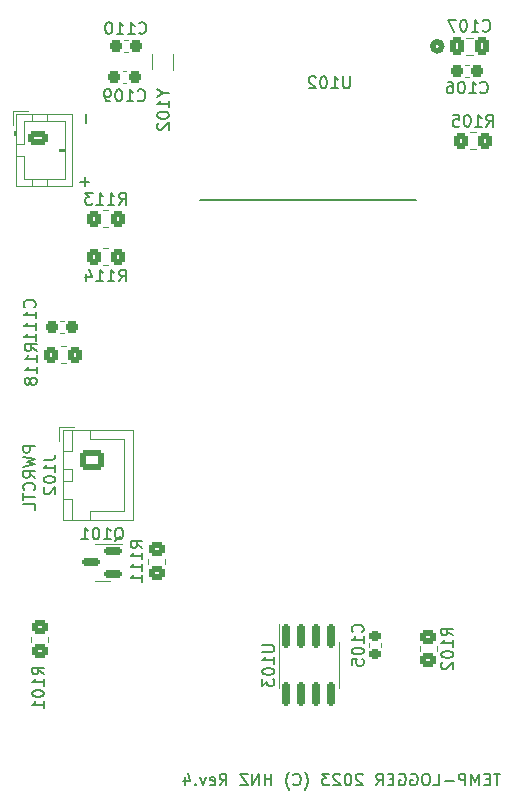
<source format=gbr>
%TF.GenerationSoftware,KiCad,Pcbnew,7.0.5*%
%TF.CreationDate,2023-08-24T21:12:11+09:00*%
%TF.ProjectId,templogger,74656d70-6c6f-4676-9765-722e6b696361,rev?*%
%TF.SameCoordinates,Original*%
%TF.FileFunction,Legend,Bot*%
%TF.FilePolarity,Positive*%
%FSLAX46Y46*%
G04 Gerber Fmt 4.6, Leading zero omitted, Abs format (unit mm)*
G04 Created by KiCad (PCBNEW 7.0.5) date 2023-08-24 21:12:11*
%MOMM*%
%LPD*%
G01*
G04 APERTURE LIST*
G04 Aperture macros list*
%AMRoundRect*
0 Rectangle with rounded corners*
0 $1 Rounding radius*
0 $2 $3 $4 $5 $6 $7 $8 $9 X,Y pos of 4 corners*
0 Add a 4 corners polygon primitive as box body*
4,1,4,$2,$3,$4,$5,$6,$7,$8,$9,$2,$3,0*
0 Add four circle primitives for the rounded corners*
1,1,$1+$1,$2,$3*
1,1,$1+$1,$4,$5*
1,1,$1+$1,$6,$7*
1,1,$1+$1,$8,$9*
0 Add four rect primitives between the rounded corners*
20,1,$1+$1,$2,$3,$4,$5,0*
20,1,$1+$1,$4,$5,$6,$7,0*
20,1,$1+$1,$6,$7,$8,$9,0*
20,1,$1+$1,$8,$9,$2,$3,0*%
G04 Aperture macros list end*
%ADD10C,0.150000*%
%ADD11C,0.120000*%
%ADD12C,0.152400*%
%ADD13C,0.508000*%
%ADD14C,2.100000*%
%ADD15R,1.700000X1.700000*%
%ADD16O,1.700000X1.700000*%
%ADD17C,1.200000*%
%ADD18O,2.600000X1.500000*%
%ADD19C,3.500000*%
%ADD20C,1.800000*%
%ADD21C,1.524000*%
%ADD22RoundRect,0.250000X0.450000X-0.350000X0.450000X0.350000X-0.450000X0.350000X-0.450000X-0.350000X0*%
%ADD23RoundRect,0.250000X0.350000X0.450000X-0.350000X0.450000X-0.350000X-0.450000X0.350000X-0.450000X0*%
%ADD24RoundRect,0.237500X0.300000X0.237500X-0.300000X0.237500X-0.300000X-0.237500X0.300000X-0.237500X0*%
%ADD25RoundRect,0.150000X-0.150000X0.825000X-0.150000X-0.825000X0.150000X-0.825000X0.150000X0.825000X0*%
%ADD26R,1.800000X1.000000*%
%ADD27RoundRect,0.250000X-0.350000X-0.450000X0.350000X-0.450000X0.350000X0.450000X-0.350000X0.450000X0*%
%ADD28RoundRect,0.250000X-0.625000X0.350000X-0.625000X-0.350000X0.625000X-0.350000X0.625000X0.350000X0*%
%ADD29O,1.750000X1.200000*%
%ADD30RoundRect,0.150000X0.587500X0.150000X-0.587500X0.150000X-0.587500X-0.150000X0.587500X-0.150000X0*%
%ADD31RoundRect,0.225000X-0.250000X0.225000X-0.250000X-0.225000X0.250000X-0.225000X0.250000X0.225000X0*%
%ADD32RoundRect,0.250000X-0.337500X-0.475000X0.337500X-0.475000X0.337500X0.475000X-0.337500X0.475000X0*%
%ADD33RoundRect,0.250000X-0.450000X0.350000X-0.450000X-0.350000X0.450000X-0.350000X0.450000X0.350000X0*%
%ADD34RoundRect,0.250000X-0.750000X0.600000X-0.750000X-0.600000X0.750000X-0.600000X0.750000X0.600000X0*%
%ADD35O,2.000000X1.700000*%
%ADD36RoundRect,0.237500X-0.300000X-0.237500X0.300000X-0.237500X0.300000X0.237500X-0.300000X0.237500X0*%
%ADD37R,1.498600X0.889000*%
%ADD38R,0.711200X0.711200*%
G04 APERTURE END LIST*
D10*
X93413220Y-68188866D02*
X92651316Y-68188866D01*
X93032268Y-68569819D02*
X93032268Y-67807914D01*
X93111133Y-63213220D02*
X93111133Y-62451316D01*
X128206077Y-118269819D02*
X127634649Y-118269819D01*
X127920363Y-119269819D02*
X127920363Y-118269819D01*
X127301315Y-118746009D02*
X126967982Y-118746009D01*
X126825125Y-119269819D02*
X127301315Y-119269819D01*
X127301315Y-119269819D02*
X127301315Y-118269819D01*
X127301315Y-118269819D02*
X126825125Y-118269819D01*
X126396553Y-119269819D02*
X126396553Y-118269819D01*
X126396553Y-118269819D02*
X126063220Y-118984104D01*
X126063220Y-118984104D02*
X125729887Y-118269819D01*
X125729887Y-118269819D02*
X125729887Y-119269819D01*
X125253696Y-119269819D02*
X125253696Y-118269819D01*
X125253696Y-118269819D02*
X124872744Y-118269819D01*
X124872744Y-118269819D02*
X124777506Y-118317438D01*
X124777506Y-118317438D02*
X124729887Y-118365057D01*
X124729887Y-118365057D02*
X124682268Y-118460295D01*
X124682268Y-118460295D02*
X124682268Y-118603152D01*
X124682268Y-118603152D02*
X124729887Y-118698390D01*
X124729887Y-118698390D02*
X124777506Y-118746009D01*
X124777506Y-118746009D02*
X124872744Y-118793628D01*
X124872744Y-118793628D02*
X125253696Y-118793628D01*
X124253696Y-118888866D02*
X123491792Y-118888866D01*
X122539411Y-119269819D02*
X123015601Y-119269819D01*
X123015601Y-119269819D02*
X123015601Y-118269819D01*
X122015601Y-118269819D02*
X121825125Y-118269819D01*
X121825125Y-118269819D02*
X121729887Y-118317438D01*
X121729887Y-118317438D02*
X121634649Y-118412676D01*
X121634649Y-118412676D02*
X121587030Y-118603152D01*
X121587030Y-118603152D02*
X121587030Y-118936485D01*
X121587030Y-118936485D02*
X121634649Y-119126961D01*
X121634649Y-119126961D02*
X121729887Y-119222200D01*
X121729887Y-119222200D02*
X121825125Y-119269819D01*
X121825125Y-119269819D02*
X122015601Y-119269819D01*
X122015601Y-119269819D02*
X122110839Y-119222200D01*
X122110839Y-119222200D02*
X122206077Y-119126961D01*
X122206077Y-119126961D02*
X122253696Y-118936485D01*
X122253696Y-118936485D02*
X122253696Y-118603152D01*
X122253696Y-118603152D02*
X122206077Y-118412676D01*
X122206077Y-118412676D02*
X122110839Y-118317438D01*
X122110839Y-118317438D02*
X122015601Y-118269819D01*
X120634649Y-118317438D02*
X120729887Y-118269819D01*
X120729887Y-118269819D02*
X120872744Y-118269819D01*
X120872744Y-118269819D02*
X121015601Y-118317438D01*
X121015601Y-118317438D02*
X121110839Y-118412676D01*
X121110839Y-118412676D02*
X121158458Y-118507914D01*
X121158458Y-118507914D02*
X121206077Y-118698390D01*
X121206077Y-118698390D02*
X121206077Y-118841247D01*
X121206077Y-118841247D02*
X121158458Y-119031723D01*
X121158458Y-119031723D02*
X121110839Y-119126961D01*
X121110839Y-119126961D02*
X121015601Y-119222200D01*
X121015601Y-119222200D02*
X120872744Y-119269819D01*
X120872744Y-119269819D02*
X120777506Y-119269819D01*
X120777506Y-119269819D02*
X120634649Y-119222200D01*
X120634649Y-119222200D02*
X120587030Y-119174580D01*
X120587030Y-119174580D02*
X120587030Y-118841247D01*
X120587030Y-118841247D02*
X120777506Y-118841247D01*
X119634649Y-118317438D02*
X119729887Y-118269819D01*
X119729887Y-118269819D02*
X119872744Y-118269819D01*
X119872744Y-118269819D02*
X120015601Y-118317438D01*
X120015601Y-118317438D02*
X120110839Y-118412676D01*
X120110839Y-118412676D02*
X120158458Y-118507914D01*
X120158458Y-118507914D02*
X120206077Y-118698390D01*
X120206077Y-118698390D02*
X120206077Y-118841247D01*
X120206077Y-118841247D02*
X120158458Y-119031723D01*
X120158458Y-119031723D02*
X120110839Y-119126961D01*
X120110839Y-119126961D02*
X120015601Y-119222200D01*
X120015601Y-119222200D02*
X119872744Y-119269819D01*
X119872744Y-119269819D02*
X119777506Y-119269819D01*
X119777506Y-119269819D02*
X119634649Y-119222200D01*
X119634649Y-119222200D02*
X119587030Y-119174580D01*
X119587030Y-119174580D02*
X119587030Y-118841247D01*
X119587030Y-118841247D02*
X119777506Y-118841247D01*
X119158458Y-118746009D02*
X118825125Y-118746009D01*
X118682268Y-119269819D02*
X119158458Y-119269819D01*
X119158458Y-119269819D02*
X119158458Y-118269819D01*
X119158458Y-118269819D02*
X118682268Y-118269819D01*
X117682268Y-119269819D02*
X118015601Y-118793628D01*
X118253696Y-119269819D02*
X118253696Y-118269819D01*
X118253696Y-118269819D02*
X117872744Y-118269819D01*
X117872744Y-118269819D02*
X117777506Y-118317438D01*
X117777506Y-118317438D02*
X117729887Y-118365057D01*
X117729887Y-118365057D02*
X117682268Y-118460295D01*
X117682268Y-118460295D02*
X117682268Y-118603152D01*
X117682268Y-118603152D02*
X117729887Y-118698390D01*
X117729887Y-118698390D02*
X117777506Y-118746009D01*
X117777506Y-118746009D02*
X117872744Y-118793628D01*
X117872744Y-118793628D02*
X118253696Y-118793628D01*
X116539410Y-118365057D02*
X116491791Y-118317438D01*
X116491791Y-118317438D02*
X116396553Y-118269819D01*
X116396553Y-118269819D02*
X116158458Y-118269819D01*
X116158458Y-118269819D02*
X116063220Y-118317438D01*
X116063220Y-118317438D02*
X116015601Y-118365057D01*
X116015601Y-118365057D02*
X115967982Y-118460295D01*
X115967982Y-118460295D02*
X115967982Y-118555533D01*
X115967982Y-118555533D02*
X116015601Y-118698390D01*
X116015601Y-118698390D02*
X116587029Y-119269819D01*
X116587029Y-119269819D02*
X115967982Y-119269819D01*
X115348934Y-118269819D02*
X115253696Y-118269819D01*
X115253696Y-118269819D02*
X115158458Y-118317438D01*
X115158458Y-118317438D02*
X115110839Y-118365057D01*
X115110839Y-118365057D02*
X115063220Y-118460295D01*
X115063220Y-118460295D02*
X115015601Y-118650771D01*
X115015601Y-118650771D02*
X115015601Y-118888866D01*
X115015601Y-118888866D02*
X115063220Y-119079342D01*
X115063220Y-119079342D02*
X115110839Y-119174580D01*
X115110839Y-119174580D02*
X115158458Y-119222200D01*
X115158458Y-119222200D02*
X115253696Y-119269819D01*
X115253696Y-119269819D02*
X115348934Y-119269819D01*
X115348934Y-119269819D02*
X115444172Y-119222200D01*
X115444172Y-119222200D02*
X115491791Y-119174580D01*
X115491791Y-119174580D02*
X115539410Y-119079342D01*
X115539410Y-119079342D02*
X115587029Y-118888866D01*
X115587029Y-118888866D02*
X115587029Y-118650771D01*
X115587029Y-118650771D02*
X115539410Y-118460295D01*
X115539410Y-118460295D02*
X115491791Y-118365057D01*
X115491791Y-118365057D02*
X115444172Y-118317438D01*
X115444172Y-118317438D02*
X115348934Y-118269819D01*
X114634648Y-118365057D02*
X114587029Y-118317438D01*
X114587029Y-118317438D02*
X114491791Y-118269819D01*
X114491791Y-118269819D02*
X114253696Y-118269819D01*
X114253696Y-118269819D02*
X114158458Y-118317438D01*
X114158458Y-118317438D02*
X114110839Y-118365057D01*
X114110839Y-118365057D02*
X114063220Y-118460295D01*
X114063220Y-118460295D02*
X114063220Y-118555533D01*
X114063220Y-118555533D02*
X114110839Y-118698390D01*
X114110839Y-118698390D02*
X114682267Y-119269819D01*
X114682267Y-119269819D02*
X114063220Y-119269819D01*
X113729886Y-118269819D02*
X113110839Y-118269819D01*
X113110839Y-118269819D02*
X113444172Y-118650771D01*
X113444172Y-118650771D02*
X113301315Y-118650771D01*
X113301315Y-118650771D02*
X113206077Y-118698390D01*
X113206077Y-118698390D02*
X113158458Y-118746009D01*
X113158458Y-118746009D02*
X113110839Y-118841247D01*
X113110839Y-118841247D02*
X113110839Y-119079342D01*
X113110839Y-119079342D02*
X113158458Y-119174580D01*
X113158458Y-119174580D02*
X113206077Y-119222200D01*
X113206077Y-119222200D02*
X113301315Y-119269819D01*
X113301315Y-119269819D02*
X113587029Y-119269819D01*
X113587029Y-119269819D02*
X113682267Y-119222200D01*
X113682267Y-119222200D02*
X113729886Y-119174580D01*
X111634648Y-119650771D02*
X111682267Y-119603152D01*
X111682267Y-119603152D02*
X111777505Y-119460295D01*
X111777505Y-119460295D02*
X111825124Y-119365057D01*
X111825124Y-119365057D02*
X111872743Y-119222200D01*
X111872743Y-119222200D02*
X111920362Y-118984104D01*
X111920362Y-118984104D02*
X111920362Y-118793628D01*
X111920362Y-118793628D02*
X111872743Y-118555533D01*
X111872743Y-118555533D02*
X111825124Y-118412676D01*
X111825124Y-118412676D02*
X111777505Y-118317438D01*
X111777505Y-118317438D02*
X111682267Y-118174580D01*
X111682267Y-118174580D02*
X111634648Y-118126961D01*
X110682267Y-119174580D02*
X110729886Y-119222200D01*
X110729886Y-119222200D02*
X110872743Y-119269819D01*
X110872743Y-119269819D02*
X110967981Y-119269819D01*
X110967981Y-119269819D02*
X111110838Y-119222200D01*
X111110838Y-119222200D02*
X111206076Y-119126961D01*
X111206076Y-119126961D02*
X111253695Y-119031723D01*
X111253695Y-119031723D02*
X111301314Y-118841247D01*
X111301314Y-118841247D02*
X111301314Y-118698390D01*
X111301314Y-118698390D02*
X111253695Y-118507914D01*
X111253695Y-118507914D02*
X111206076Y-118412676D01*
X111206076Y-118412676D02*
X111110838Y-118317438D01*
X111110838Y-118317438D02*
X110967981Y-118269819D01*
X110967981Y-118269819D02*
X110872743Y-118269819D01*
X110872743Y-118269819D02*
X110729886Y-118317438D01*
X110729886Y-118317438D02*
X110682267Y-118365057D01*
X110348933Y-119650771D02*
X110301314Y-119603152D01*
X110301314Y-119603152D02*
X110206076Y-119460295D01*
X110206076Y-119460295D02*
X110158457Y-119365057D01*
X110158457Y-119365057D02*
X110110838Y-119222200D01*
X110110838Y-119222200D02*
X110063219Y-118984104D01*
X110063219Y-118984104D02*
X110063219Y-118793628D01*
X110063219Y-118793628D02*
X110110838Y-118555533D01*
X110110838Y-118555533D02*
X110158457Y-118412676D01*
X110158457Y-118412676D02*
X110206076Y-118317438D01*
X110206076Y-118317438D02*
X110301314Y-118174580D01*
X110301314Y-118174580D02*
X110348933Y-118126961D01*
X108825123Y-119269819D02*
X108825123Y-118269819D01*
X108825123Y-118746009D02*
X108253695Y-118746009D01*
X108253695Y-119269819D02*
X108253695Y-118269819D01*
X107777504Y-119269819D02*
X107777504Y-118269819D01*
X107777504Y-118269819D02*
X107206076Y-119269819D01*
X107206076Y-119269819D02*
X107206076Y-118269819D01*
X106825123Y-118269819D02*
X106158457Y-118269819D01*
X106158457Y-118269819D02*
X106825123Y-119269819D01*
X106825123Y-119269819D02*
X106158457Y-119269819D01*
X104444171Y-119269819D02*
X104777504Y-118793628D01*
X105015599Y-119269819D02*
X105015599Y-118269819D01*
X105015599Y-118269819D02*
X104634647Y-118269819D01*
X104634647Y-118269819D02*
X104539409Y-118317438D01*
X104539409Y-118317438D02*
X104491790Y-118365057D01*
X104491790Y-118365057D02*
X104444171Y-118460295D01*
X104444171Y-118460295D02*
X104444171Y-118603152D01*
X104444171Y-118603152D02*
X104491790Y-118698390D01*
X104491790Y-118698390D02*
X104539409Y-118746009D01*
X104539409Y-118746009D02*
X104634647Y-118793628D01*
X104634647Y-118793628D02*
X105015599Y-118793628D01*
X103634647Y-119222200D02*
X103729885Y-119269819D01*
X103729885Y-119269819D02*
X103920361Y-119269819D01*
X103920361Y-119269819D02*
X104015599Y-119222200D01*
X104015599Y-119222200D02*
X104063218Y-119126961D01*
X104063218Y-119126961D02*
X104063218Y-118746009D01*
X104063218Y-118746009D02*
X104015599Y-118650771D01*
X104015599Y-118650771D02*
X103920361Y-118603152D01*
X103920361Y-118603152D02*
X103729885Y-118603152D01*
X103729885Y-118603152D02*
X103634647Y-118650771D01*
X103634647Y-118650771D02*
X103587028Y-118746009D01*
X103587028Y-118746009D02*
X103587028Y-118841247D01*
X103587028Y-118841247D02*
X104063218Y-118936485D01*
X103253694Y-118603152D02*
X103015599Y-119269819D01*
X103015599Y-119269819D02*
X102777504Y-118603152D01*
X102396551Y-119174580D02*
X102348932Y-119222200D01*
X102348932Y-119222200D02*
X102396551Y-119269819D01*
X102396551Y-119269819D02*
X102444170Y-119222200D01*
X102444170Y-119222200D02*
X102396551Y-119174580D01*
X102396551Y-119174580D02*
X102396551Y-119269819D01*
X101491790Y-118603152D02*
X101491790Y-119269819D01*
X101729885Y-118222200D02*
X101967980Y-118936485D01*
X101967980Y-118936485D02*
X101348933Y-118936485D01*
X88819819Y-90536779D02*
X87819819Y-90536779D01*
X87819819Y-90536779D02*
X87819819Y-90917731D01*
X87819819Y-90917731D02*
X87867438Y-91012969D01*
X87867438Y-91012969D02*
X87915057Y-91060588D01*
X87915057Y-91060588D02*
X88010295Y-91108207D01*
X88010295Y-91108207D02*
X88153152Y-91108207D01*
X88153152Y-91108207D02*
X88248390Y-91060588D01*
X88248390Y-91060588D02*
X88296009Y-91012969D01*
X88296009Y-91012969D02*
X88343628Y-90917731D01*
X88343628Y-90917731D02*
X88343628Y-90536779D01*
X87819819Y-91441541D02*
X88819819Y-91679636D01*
X88819819Y-91679636D02*
X88105533Y-91870112D01*
X88105533Y-91870112D02*
X88819819Y-92060588D01*
X88819819Y-92060588D02*
X87819819Y-92298684D01*
X88819819Y-93251064D02*
X88343628Y-92917731D01*
X88819819Y-92679636D02*
X87819819Y-92679636D01*
X87819819Y-92679636D02*
X87819819Y-93060588D01*
X87819819Y-93060588D02*
X87867438Y-93155826D01*
X87867438Y-93155826D02*
X87915057Y-93203445D01*
X87915057Y-93203445D02*
X88010295Y-93251064D01*
X88010295Y-93251064D02*
X88153152Y-93251064D01*
X88153152Y-93251064D02*
X88248390Y-93203445D01*
X88248390Y-93203445D02*
X88296009Y-93155826D01*
X88296009Y-93155826D02*
X88343628Y-93060588D01*
X88343628Y-93060588D02*
X88343628Y-92679636D01*
X88724580Y-94251064D02*
X88772200Y-94203445D01*
X88772200Y-94203445D02*
X88819819Y-94060588D01*
X88819819Y-94060588D02*
X88819819Y-93965350D01*
X88819819Y-93965350D02*
X88772200Y-93822493D01*
X88772200Y-93822493D02*
X88676961Y-93727255D01*
X88676961Y-93727255D02*
X88581723Y-93679636D01*
X88581723Y-93679636D02*
X88391247Y-93632017D01*
X88391247Y-93632017D02*
X88248390Y-93632017D01*
X88248390Y-93632017D02*
X88057914Y-93679636D01*
X88057914Y-93679636D02*
X87962676Y-93727255D01*
X87962676Y-93727255D02*
X87867438Y-93822493D01*
X87867438Y-93822493D02*
X87819819Y-93965350D01*
X87819819Y-93965350D02*
X87819819Y-94060588D01*
X87819819Y-94060588D02*
X87867438Y-94203445D01*
X87867438Y-94203445D02*
X87915057Y-94251064D01*
X87819819Y-94536779D02*
X87819819Y-95108207D01*
X88819819Y-94822493D02*
X87819819Y-94822493D01*
X88819819Y-95917731D02*
X88819819Y-95441541D01*
X88819819Y-95441541D02*
X87819819Y-95441541D01*
%TO.C,R102*%
X124204819Y-106580952D02*
X123728628Y-106247619D01*
X124204819Y-106009524D02*
X123204819Y-106009524D01*
X123204819Y-106009524D02*
X123204819Y-106390476D01*
X123204819Y-106390476D02*
X123252438Y-106485714D01*
X123252438Y-106485714D02*
X123300057Y-106533333D01*
X123300057Y-106533333D02*
X123395295Y-106580952D01*
X123395295Y-106580952D02*
X123538152Y-106580952D01*
X123538152Y-106580952D02*
X123633390Y-106533333D01*
X123633390Y-106533333D02*
X123681009Y-106485714D01*
X123681009Y-106485714D02*
X123728628Y-106390476D01*
X123728628Y-106390476D02*
X123728628Y-106009524D01*
X124204819Y-107533333D02*
X124204819Y-106961905D01*
X124204819Y-107247619D02*
X123204819Y-107247619D01*
X123204819Y-107247619D02*
X123347676Y-107152381D01*
X123347676Y-107152381D02*
X123442914Y-107057143D01*
X123442914Y-107057143D02*
X123490533Y-106961905D01*
X123204819Y-108152381D02*
X123204819Y-108247619D01*
X123204819Y-108247619D02*
X123252438Y-108342857D01*
X123252438Y-108342857D02*
X123300057Y-108390476D01*
X123300057Y-108390476D02*
X123395295Y-108438095D01*
X123395295Y-108438095D02*
X123585771Y-108485714D01*
X123585771Y-108485714D02*
X123823866Y-108485714D01*
X123823866Y-108485714D02*
X124014342Y-108438095D01*
X124014342Y-108438095D02*
X124109580Y-108390476D01*
X124109580Y-108390476D02*
X124157200Y-108342857D01*
X124157200Y-108342857D02*
X124204819Y-108247619D01*
X124204819Y-108247619D02*
X124204819Y-108152381D01*
X124204819Y-108152381D02*
X124157200Y-108057143D01*
X124157200Y-108057143D02*
X124109580Y-108009524D01*
X124109580Y-108009524D02*
X124014342Y-107961905D01*
X124014342Y-107961905D02*
X123823866Y-107914286D01*
X123823866Y-107914286D02*
X123585771Y-107914286D01*
X123585771Y-107914286D02*
X123395295Y-107961905D01*
X123395295Y-107961905D02*
X123300057Y-108009524D01*
X123300057Y-108009524D02*
X123252438Y-108057143D01*
X123252438Y-108057143D02*
X123204819Y-108152381D01*
X123300057Y-108866667D02*
X123252438Y-108914286D01*
X123252438Y-108914286D02*
X123204819Y-109009524D01*
X123204819Y-109009524D02*
X123204819Y-109247619D01*
X123204819Y-109247619D02*
X123252438Y-109342857D01*
X123252438Y-109342857D02*
X123300057Y-109390476D01*
X123300057Y-109390476D02*
X123395295Y-109438095D01*
X123395295Y-109438095D02*
X123490533Y-109438095D01*
X123490533Y-109438095D02*
X123633390Y-109390476D01*
X123633390Y-109390476D02*
X124204819Y-108819048D01*
X124204819Y-108819048D02*
X124204819Y-109438095D01*
%TO.C,R118*%
X88954819Y-82480952D02*
X88478628Y-82147619D01*
X88954819Y-81909524D02*
X87954819Y-81909524D01*
X87954819Y-81909524D02*
X87954819Y-82290476D01*
X87954819Y-82290476D02*
X88002438Y-82385714D01*
X88002438Y-82385714D02*
X88050057Y-82433333D01*
X88050057Y-82433333D02*
X88145295Y-82480952D01*
X88145295Y-82480952D02*
X88288152Y-82480952D01*
X88288152Y-82480952D02*
X88383390Y-82433333D01*
X88383390Y-82433333D02*
X88431009Y-82385714D01*
X88431009Y-82385714D02*
X88478628Y-82290476D01*
X88478628Y-82290476D02*
X88478628Y-81909524D01*
X88954819Y-83433333D02*
X88954819Y-82861905D01*
X88954819Y-83147619D02*
X87954819Y-83147619D01*
X87954819Y-83147619D02*
X88097676Y-83052381D01*
X88097676Y-83052381D02*
X88192914Y-82957143D01*
X88192914Y-82957143D02*
X88240533Y-82861905D01*
X88954819Y-84385714D02*
X88954819Y-83814286D01*
X88954819Y-84100000D02*
X87954819Y-84100000D01*
X87954819Y-84100000D02*
X88097676Y-84004762D01*
X88097676Y-84004762D02*
X88192914Y-83909524D01*
X88192914Y-83909524D02*
X88240533Y-83814286D01*
X88383390Y-84957143D02*
X88335771Y-84861905D01*
X88335771Y-84861905D02*
X88288152Y-84814286D01*
X88288152Y-84814286D02*
X88192914Y-84766667D01*
X88192914Y-84766667D02*
X88145295Y-84766667D01*
X88145295Y-84766667D02*
X88050057Y-84814286D01*
X88050057Y-84814286D02*
X88002438Y-84861905D01*
X88002438Y-84861905D02*
X87954819Y-84957143D01*
X87954819Y-84957143D02*
X87954819Y-85147619D01*
X87954819Y-85147619D02*
X88002438Y-85242857D01*
X88002438Y-85242857D02*
X88050057Y-85290476D01*
X88050057Y-85290476D02*
X88145295Y-85338095D01*
X88145295Y-85338095D02*
X88192914Y-85338095D01*
X88192914Y-85338095D02*
X88288152Y-85290476D01*
X88288152Y-85290476D02*
X88335771Y-85242857D01*
X88335771Y-85242857D02*
X88383390Y-85147619D01*
X88383390Y-85147619D02*
X88383390Y-84957143D01*
X88383390Y-84957143D02*
X88431009Y-84861905D01*
X88431009Y-84861905D02*
X88478628Y-84814286D01*
X88478628Y-84814286D02*
X88573866Y-84766667D01*
X88573866Y-84766667D02*
X88764342Y-84766667D01*
X88764342Y-84766667D02*
X88859580Y-84814286D01*
X88859580Y-84814286D02*
X88907200Y-84861905D01*
X88907200Y-84861905D02*
X88954819Y-84957143D01*
X88954819Y-84957143D02*
X88954819Y-85147619D01*
X88954819Y-85147619D02*
X88907200Y-85242857D01*
X88907200Y-85242857D02*
X88859580Y-85290476D01*
X88859580Y-85290476D02*
X88764342Y-85338095D01*
X88764342Y-85338095D02*
X88573866Y-85338095D01*
X88573866Y-85338095D02*
X88478628Y-85290476D01*
X88478628Y-85290476D02*
X88431009Y-85242857D01*
X88431009Y-85242857D02*
X88383390Y-85147619D01*
%TO.C,R105*%
X127019047Y-63504819D02*
X127352380Y-63028628D01*
X127590475Y-63504819D02*
X127590475Y-62504819D01*
X127590475Y-62504819D02*
X127209523Y-62504819D01*
X127209523Y-62504819D02*
X127114285Y-62552438D01*
X127114285Y-62552438D02*
X127066666Y-62600057D01*
X127066666Y-62600057D02*
X127019047Y-62695295D01*
X127019047Y-62695295D02*
X127019047Y-62838152D01*
X127019047Y-62838152D02*
X127066666Y-62933390D01*
X127066666Y-62933390D02*
X127114285Y-62981009D01*
X127114285Y-62981009D02*
X127209523Y-63028628D01*
X127209523Y-63028628D02*
X127590475Y-63028628D01*
X126066666Y-63504819D02*
X126638094Y-63504819D01*
X126352380Y-63504819D02*
X126352380Y-62504819D01*
X126352380Y-62504819D02*
X126447618Y-62647676D01*
X126447618Y-62647676D02*
X126542856Y-62742914D01*
X126542856Y-62742914D02*
X126638094Y-62790533D01*
X125447618Y-62504819D02*
X125352380Y-62504819D01*
X125352380Y-62504819D02*
X125257142Y-62552438D01*
X125257142Y-62552438D02*
X125209523Y-62600057D01*
X125209523Y-62600057D02*
X125161904Y-62695295D01*
X125161904Y-62695295D02*
X125114285Y-62885771D01*
X125114285Y-62885771D02*
X125114285Y-63123866D01*
X125114285Y-63123866D02*
X125161904Y-63314342D01*
X125161904Y-63314342D02*
X125209523Y-63409580D01*
X125209523Y-63409580D02*
X125257142Y-63457200D01*
X125257142Y-63457200D02*
X125352380Y-63504819D01*
X125352380Y-63504819D02*
X125447618Y-63504819D01*
X125447618Y-63504819D02*
X125542856Y-63457200D01*
X125542856Y-63457200D02*
X125590475Y-63409580D01*
X125590475Y-63409580D02*
X125638094Y-63314342D01*
X125638094Y-63314342D02*
X125685713Y-63123866D01*
X125685713Y-63123866D02*
X125685713Y-62885771D01*
X125685713Y-62885771D02*
X125638094Y-62695295D01*
X125638094Y-62695295D02*
X125590475Y-62600057D01*
X125590475Y-62600057D02*
X125542856Y-62552438D01*
X125542856Y-62552438D02*
X125447618Y-62504819D01*
X124209523Y-62504819D02*
X124685713Y-62504819D01*
X124685713Y-62504819D02*
X124733332Y-62981009D01*
X124733332Y-62981009D02*
X124685713Y-62933390D01*
X124685713Y-62933390D02*
X124590475Y-62885771D01*
X124590475Y-62885771D02*
X124352380Y-62885771D01*
X124352380Y-62885771D02*
X124257142Y-62933390D01*
X124257142Y-62933390D02*
X124209523Y-62981009D01*
X124209523Y-62981009D02*
X124161904Y-63076247D01*
X124161904Y-63076247D02*
X124161904Y-63314342D01*
X124161904Y-63314342D02*
X124209523Y-63409580D01*
X124209523Y-63409580D02*
X124257142Y-63457200D01*
X124257142Y-63457200D02*
X124352380Y-63504819D01*
X124352380Y-63504819D02*
X124590475Y-63504819D01*
X124590475Y-63504819D02*
X124685713Y-63457200D01*
X124685713Y-63457200D02*
X124733332Y-63409580D01*
%TO.C,C109*%
X97519047Y-61259580D02*
X97566666Y-61307200D01*
X97566666Y-61307200D02*
X97709523Y-61354819D01*
X97709523Y-61354819D02*
X97804761Y-61354819D01*
X97804761Y-61354819D02*
X97947618Y-61307200D01*
X97947618Y-61307200D02*
X98042856Y-61211961D01*
X98042856Y-61211961D02*
X98090475Y-61116723D01*
X98090475Y-61116723D02*
X98138094Y-60926247D01*
X98138094Y-60926247D02*
X98138094Y-60783390D01*
X98138094Y-60783390D02*
X98090475Y-60592914D01*
X98090475Y-60592914D02*
X98042856Y-60497676D01*
X98042856Y-60497676D02*
X97947618Y-60402438D01*
X97947618Y-60402438D02*
X97804761Y-60354819D01*
X97804761Y-60354819D02*
X97709523Y-60354819D01*
X97709523Y-60354819D02*
X97566666Y-60402438D01*
X97566666Y-60402438D02*
X97519047Y-60450057D01*
X96566666Y-61354819D02*
X97138094Y-61354819D01*
X96852380Y-61354819D02*
X96852380Y-60354819D01*
X96852380Y-60354819D02*
X96947618Y-60497676D01*
X96947618Y-60497676D02*
X97042856Y-60592914D01*
X97042856Y-60592914D02*
X97138094Y-60640533D01*
X95947618Y-60354819D02*
X95852380Y-60354819D01*
X95852380Y-60354819D02*
X95757142Y-60402438D01*
X95757142Y-60402438D02*
X95709523Y-60450057D01*
X95709523Y-60450057D02*
X95661904Y-60545295D01*
X95661904Y-60545295D02*
X95614285Y-60735771D01*
X95614285Y-60735771D02*
X95614285Y-60973866D01*
X95614285Y-60973866D02*
X95661904Y-61164342D01*
X95661904Y-61164342D02*
X95709523Y-61259580D01*
X95709523Y-61259580D02*
X95757142Y-61307200D01*
X95757142Y-61307200D02*
X95852380Y-61354819D01*
X95852380Y-61354819D02*
X95947618Y-61354819D01*
X95947618Y-61354819D02*
X96042856Y-61307200D01*
X96042856Y-61307200D02*
X96090475Y-61259580D01*
X96090475Y-61259580D02*
X96138094Y-61164342D01*
X96138094Y-61164342D02*
X96185713Y-60973866D01*
X96185713Y-60973866D02*
X96185713Y-60735771D01*
X96185713Y-60735771D02*
X96138094Y-60545295D01*
X96138094Y-60545295D02*
X96090475Y-60450057D01*
X96090475Y-60450057D02*
X96042856Y-60402438D01*
X96042856Y-60402438D02*
X95947618Y-60354819D01*
X95138094Y-61354819D02*
X94947618Y-61354819D01*
X94947618Y-61354819D02*
X94852380Y-61307200D01*
X94852380Y-61307200D02*
X94804761Y-61259580D01*
X94804761Y-61259580D02*
X94709523Y-61116723D01*
X94709523Y-61116723D02*
X94661904Y-60926247D01*
X94661904Y-60926247D02*
X94661904Y-60545295D01*
X94661904Y-60545295D02*
X94709523Y-60450057D01*
X94709523Y-60450057D02*
X94757142Y-60402438D01*
X94757142Y-60402438D02*
X94852380Y-60354819D01*
X94852380Y-60354819D02*
X95042856Y-60354819D01*
X95042856Y-60354819D02*
X95138094Y-60402438D01*
X95138094Y-60402438D02*
X95185713Y-60450057D01*
X95185713Y-60450057D02*
X95233332Y-60545295D01*
X95233332Y-60545295D02*
X95233332Y-60783390D01*
X95233332Y-60783390D02*
X95185713Y-60878628D01*
X95185713Y-60878628D02*
X95138094Y-60926247D01*
X95138094Y-60926247D02*
X95042856Y-60973866D01*
X95042856Y-60973866D02*
X94852380Y-60973866D01*
X94852380Y-60973866D02*
X94757142Y-60926247D01*
X94757142Y-60926247D02*
X94709523Y-60878628D01*
X94709523Y-60878628D02*
X94661904Y-60783390D01*
%TO.C,U103*%
X108054819Y-107385714D02*
X108864342Y-107385714D01*
X108864342Y-107385714D02*
X108959580Y-107433333D01*
X108959580Y-107433333D02*
X109007200Y-107480952D01*
X109007200Y-107480952D02*
X109054819Y-107576190D01*
X109054819Y-107576190D02*
X109054819Y-107766666D01*
X109054819Y-107766666D02*
X109007200Y-107861904D01*
X109007200Y-107861904D02*
X108959580Y-107909523D01*
X108959580Y-107909523D02*
X108864342Y-107957142D01*
X108864342Y-107957142D02*
X108054819Y-107957142D01*
X109054819Y-108957142D02*
X109054819Y-108385714D01*
X109054819Y-108671428D02*
X108054819Y-108671428D01*
X108054819Y-108671428D02*
X108197676Y-108576190D01*
X108197676Y-108576190D02*
X108292914Y-108480952D01*
X108292914Y-108480952D02*
X108340533Y-108385714D01*
X108054819Y-109576190D02*
X108054819Y-109671428D01*
X108054819Y-109671428D02*
X108102438Y-109766666D01*
X108102438Y-109766666D02*
X108150057Y-109814285D01*
X108150057Y-109814285D02*
X108245295Y-109861904D01*
X108245295Y-109861904D02*
X108435771Y-109909523D01*
X108435771Y-109909523D02*
X108673866Y-109909523D01*
X108673866Y-109909523D02*
X108864342Y-109861904D01*
X108864342Y-109861904D02*
X108959580Y-109814285D01*
X108959580Y-109814285D02*
X109007200Y-109766666D01*
X109007200Y-109766666D02*
X109054819Y-109671428D01*
X109054819Y-109671428D02*
X109054819Y-109576190D01*
X109054819Y-109576190D02*
X109007200Y-109480952D01*
X109007200Y-109480952D02*
X108959580Y-109433333D01*
X108959580Y-109433333D02*
X108864342Y-109385714D01*
X108864342Y-109385714D02*
X108673866Y-109338095D01*
X108673866Y-109338095D02*
X108435771Y-109338095D01*
X108435771Y-109338095D02*
X108245295Y-109385714D01*
X108245295Y-109385714D02*
X108150057Y-109433333D01*
X108150057Y-109433333D02*
X108102438Y-109480952D01*
X108102438Y-109480952D02*
X108054819Y-109576190D01*
X108054819Y-110242857D02*
X108054819Y-110861904D01*
X108054819Y-110861904D02*
X108435771Y-110528571D01*
X108435771Y-110528571D02*
X108435771Y-110671428D01*
X108435771Y-110671428D02*
X108483390Y-110766666D01*
X108483390Y-110766666D02*
X108531009Y-110814285D01*
X108531009Y-110814285D02*
X108626247Y-110861904D01*
X108626247Y-110861904D02*
X108864342Y-110861904D01*
X108864342Y-110861904D02*
X108959580Y-110814285D01*
X108959580Y-110814285D02*
X109007200Y-110766666D01*
X109007200Y-110766666D02*
X109054819Y-110671428D01*
X109054819Y-110671428D02*
X109054819Y-110385714D01*
X109054819Y-110385714D02*
X109007200Y-110290476D01*
X109007200Y-110290476D02*
X108959580Y-110242857D01*
%TO.C,Y102*%
X99678628Y-60671428D02*
X100154819Y-60671428D01*
X99154819Y-60338095D02*
X99678628Y-60671428D01*
X99678628Y-60671428D02*
X99154819Y-61004761D01*
X100154819Y-61861904D02*
X100154819Y-61290476D01*
X100154819Y-61576190D02*
X99154819Y-61576190D01*
X99154819Y-61576190D02*
X99297676Y-61480952D01*
X99297676Y-61480952D02*
X99392914Y-61385714D01*
X99392914Y-61385714D02*
X99440533Y-61290476D01*
X99154819Y-62480952D02*
X99154819Y-62576190D01*
X99154819Y-62576190D02*
X99202438Y-62671428D01*
X99202438Y-62671428D02*
X99250057Y-62719047D01*
X99250057Y-62719047D02*
X99345295Y-62766666D01*
X99345295Y-62766666D02*
X99535771Y-62814285D01*
X99535771Y-62814285D02*
X99773866Y-62814285D01*
X99773866Y-62814285D02*
X99964342Y-62766666D01*
X99964342Y-62766666D02*
X100059580Y-62719047D01*
X100059580Y-62719047D02*
X100107200Y-62671428D01*
X100107200Y-62671428D02*
X100154819Y-62576190D01*
X100154819Y-62576190D02*
X100154819Y-62480952D01*
X100154819Y-62480952D02*
X100107200Y-62385714D01*
X100107200Y-62385714D02*
X100059580Y-62338095D01*
X100059580Y-62338095D02*
X99964342Y-62290476D01*
X99964342Y-62290476D02*
X99773866Y-62242857D01*
X99773866Y-62242857D02*
X99535771Y-62242857D01*
X99535771Y-62242857D02*
X99345295Y-62290476D01*
X99345295Y-62290476D02*
X99250057Y-62338095D01*
X99250057Y-62338095D02*
X99202438Y-62385714D01*
X99202438Y-62385714D02*
X99154819Y-62480952D01*
X99250057Y-63195238D02*
X99202438Y-63242857D01*
X99202438Y-63242857D02*
X99154819Y-63338095D01*
X99154819Y-63338095D02*
X99154819Y-63576190D01*
X99154819Y-63576190D02*
X99202438Y-63671428D01*
X99202438Y-63671428D02*
X99250057Y-63719047D01*
X99250057Y-63719047D02*
X99345295Y-63766666D01*
X99345295Y-63766666D02*
X99440533Y-63766666D01*
X99440533Y-63766666D02*
X99583390Y-63719047D01*
X99583390Y-63719047D02*
X100154819Y-63147619D01*
X100154819Y-63147619D02*
X100154819Y-63766666D01*
%TO.C,R114*%
X95919047Y-76604819D02*
X96252380Y-76128628D01*
X96490475Y-76604819D02*
X96490475Y-75604819D01*
X96490475Y-75604819D02*
X96109523Y-75604819D01*
X96109523Y-75604819D02*
X96014285Y-75652438D01*
X96014285Y-75652438D02*
X95966666Y-75700057D01*
X95966666Y-75700057D02*
X95919047Y-75795295D01*
X95919047Y-75795295D02*
X95919047Y-75938152D01*
X95919047Y-75938152D02*
X95966666Y-76033390D01*
X95966666Y-76033390D02*
X96014285Y-76081009D01*
X96014285Y-76081009D02*
X96109523Y-76128628D01*
X96109523Y-76128628D02*
X96490475Y-76128628D01*
X94966666Y-76604819D02*
X95538094Y-76604819D01*
X95252380Y-76604819D02*
X95252380Y-75604819D01*
X95252380Y-75604819D02*
X95347618Y-75747676D01*
X95347618Y-75747676D02*
X95442856Y-75842914D01*
X95442856Y-75842914D02*
X95538094Y-75890533D01*
X94014285Y-76604819D02*
X94585713Y-76604819D01*
X94299999Y-76604819D02*
X94299999Y-75604819D01*
X94299999Y-75604819D02*
X94395237Y-75747676D01*
X94395237Y-75747676D02*
X94490475Y-75842914D01*
X94490475Y-75842914D02*
X94585713Y-75890533D01*
X93157142Y-75938152D02*
X93157142Y-76604819D01*
X93395237Y-75557200D02*
X93633332Y-76271485D01*
X93633332Y-76271485D02*
X93014285Y-76271485D01*
%TO.C,C110*%
X97619047Y-55559580D02*
X97666666Y-55607200D01*
X97666666Y-55607200D02*
X97809523Y-55654819D01*
X97809523Y-55654819D02*
X97904761Y-55654819D01*
X97904761Y-55654819D02*
X98047618Y-55607200D01*
X98047618Y-55607200D02*
X98142856Y-55511961D01*
X98142856Y-55511961D02*
X98190475Y-55416723D01*
X98190475Y-55416723D02*
X98238094Y-55226247D01*
X98238094Y-55226247D02*
X98238094Y-55083390D01*
X98238094Y-55083390D02*
X98190475Y-54892914D01*
X98190475Y-54892914D02*
X98142856Y-54797676D01*
X98142856Y-54797676D02*
X98047618Y-54702438D01*
X98047618Y-54702438D02*
X97904761Y-54654819D01*
X97904761Y-54654819D02*
X97809523Y-54654819D01*
X97809523Y-54654819D02*
X97666666Y-54702438D01*
X97666666Y-54702438D02*
X97619047Y-54750057D01*
X96666666Y-55654819D02*
X97238094Y-55654819D01*
X96952380Y-55654819D02*
X96952380Y-54654819D01*
X96952380Y-54654819D02*
X97047618Y-54797676D01*
X97047618Y-54797676D02*
X97142856Y-54892914D01*
X97142856Y-54892914D02*
X97238094Y-54940533D01*
X95714285Y-55654819D02*
X96285713Y-55654819D01*
X95999999Y-55654819D02*
X95999999Y-54654819D01*
X95999999Y-54654819D02*
X96095237Y-54797676D01*
X96095237Y-54797676D02*
X96190475Y-54892914D01*
X96190475Y-54892914D02*
X96285713Y-54940533D01*
X95095237Y-54654819D02*
X94999999Y-54654819D01*
X94999999Y-54654819D02*
X94904761Y-54702438D01*
X94904761Y-54702438D02*
X94857142Y-54750057D01*
X94857142Y-54750057D02*
X94809523Y-54845295D01*
X94809523Y-54845295D02*
X94761904Y-55035771D01*
X94761904Y-55035771D02*
X94761904Y-55273866D01*
X94761904Y-55273866D02*
X94809523Y-55464342D01*
X94809523Y-55464342D02*
X94857142Y-55559580D01*
X94857142Y-55559580D02*
X94904761Y-55607200D01*
X94904761Y-55607200D02*
X94999999Y-55654819D01*
X94999999Y-55654819D02*
X95095237Y-55654819D01*
X95095237Y-55654819D02*
X95190475Y-55607200D01*
X95190475Y-55607200D02*
X95238094Y-55559580D01*
X95238094Y-55559580D02*
X95285713Y-55464342D01*
X95285713Y-55464342D02*
X95333332Y-55273866D01*
X95333332Y-55273866D02*
X95333332Y-55035771D01*
X95333332Y-55035771D02*
X95285713Y-54845295D01*
X95285713Y-54845295D02*
X95238094Y-54750057D01*
X95238094Y-54750057D02*
X95190475Y-54702438D01*
X95190475Y-54702438D02*
X95095237Y-54654819D01*
%TO.C,R101*%
X89554819Y-109880952D02*
X89078628Y-109547619D01*
X89554819Y-109309524D02*
X88554819Y-109309524D01*
X88554819Y-109309524D02*
X88554819Y-109690476D01*
X88554819Y-109690476D02*
X88602438Y-109785714D01*
X88602438Y-109785714D02*
X88650057Y-109833333D01*
X88650057Y-109833333D02*
X88745295Y-109880952D01*
X88745295Y-109880952D02*
X88888152Y-109880952D01*
X88888152Y-109880952D02*
X88983390Y-109833333D01*
X88983390Y-109833333D02*
X89031009Y-109785714D01*
X89031009Y-109785714D02*
X89078628Y-109690476D01*
X89078628Y-109690476D02*
X89078628Y-109309524D01*
X89554819Y-110833333D02*
X89554819Y-110261905D01*
X89554819Y-110547619D02*
X88554819Y-110547619D01*
X88554819Y-110547619D02*
X88697676Y-110452381D01*
X88697676Y-110452381D02*
X88792914Y-110357143D01*
X88792914Y-110357143D02*
X88840533Y-110261905D01*
X88554819Y-111452381D02*
X88554819Y-111547619D01*
X88554819Y-111547619D02*
X88602438Y-111642857D01*
X88602438Y-111642857D02*
X88650057Y-111690476D01*
X88650057Y-111690476D02*
X88745295Y-111738095D01*
X88745295Y-111738095D02*
X88935771Y-111785714D01*
X88935771Y-111785714D02*
X89173866Y-111785714D01*
X89173866Y-111785714D02*
X89364342Y-111738095D01*
X89364342Y-111738095D02*
X89459580Y-111690476D01*
X89459580Y-111690476D02*
X89507200Y-111642857D01*
X89507200Y-111642857D02*
X89554819Y-111547619D01*
X89554819Y-111547619D02*
X89554819Y-111452381D01*
X89554819Y-111452381D02*
X89507200Y-111357143D01*
X89507200Y-111357143D02*
X89459580Y-111309524D01*
X89459580Y-111309524D02*
X89364342Y-111261905D01*
X89364342Y-111261905D02*
X89173866Y-111214286D01*
X89173866Y-111214286D02*
X88935771Y-111214286D01*
X88935771Y-111214286D02*
X88745295Y-111261905D01*
X88745295Y-111261905D02*
X88650057Y-111309524D01*
X88650057Y-111309524D02*
X88602438Y-111357143D01*
X88602438Y-111357143D02*
X88554819Y-111452381D01*
X89554819Y-112738095D02*
X89554819Y-112166667D01*
X89554819Y-112452381D02*
X88554819Y-112452381D01*
X88554819Y-112452381D02*
X88697676Y-112357143D01*
X88697676Y-112357143D02*
X88792914Y-112261905D01*
X88792914Y-112261905D02*
X88840533Y-112166667D01*
%TO.C,R113*%
X95919047Y-70104819D02*
X96252380Y-69628628D01*
X96490475Y-70104819D02*
X96490475Y-69104819D01*
X96490475Y-69104819D02*
X96109523Y-69104819D01*
X96109523Y-69104819D02*
X96014285Y-69152438D01*
X96014285Y-69152438D02*
X95966666Y-69200057D01*
X95966666Y-69200057D02*
X95919047Y-69295295D01*
X95919047Y-69295295D02*
X95919047Y-69438152D01*
X95919047Y-69438152D02*
X95966666Y-69533390D01*
X95966666Y-69533390D02*
X96014285Y-69581009D01*
X96014285Y-69581009D02*
X96109523Y-69628628D01*
X96109523Y-69628628D02*
X96490475Y-69628628D01*
X94966666Y-70104819D02*
X95538094Y-70104819D01*
X95252380Y-70104819D02*
X95252380Y-69104819D01*
X95252380Y-69104819D02*
X95347618Y-69247676D01*
X95347618Y-69247676D02*
X95442856Y-69342914D01*
X95442856Y-69342914D02*
X95538094Y-69390533D01*
X94014285Y-70104819D02*
X94585713Y-70104819D01*
X94299999Y-70104819D02*
X94299999Y-69104819D01*
X94299999Y-69104819D02*
X94395237Y-69247676D01*
X94395237Y-69247676D02*
X94490475Y-69342914D01*
X94490475Y-69342914D02*
X94585713Y-69390533D01*
X93680951Y-69104819D02*
X93061904Y-69104819D01*
X93061904Y-69104819D02*
X93395237Y-69485771D01*
X93395237Y-69485771D02*
X93252380Y-69485771D01*
X93252380Y-69485771D02*
X93157142Y-69533390D01*
X93157142Y-69533390D02*
X93109523Y-69581009D01*
X93109523Y-69581009D02*
X93061904Y-69676247D01*
X93061904Y-69676247D02*
X93061904Y-69914342D01*
X93061904Y-69914342D02*
X93109523Y-70009580D01*
X93109523Y-70009580D02*
X93157142Y-70057200D01*
X93157142Y-70057200D02*
X93252380Y-70104819D01*
X93252380Y-70104819D02*
X93538094Y-70104819D01*
X93538094Y-70104819D02*
X93633332Y-70057200D01*
X93633332Y-70057200D02*
X93680951Y-70009580D01*
%TO.C,Q101*%
X95547619Y-98550057D02*
X95642857Y-98502438D01*
X95642857Y-98502438D02*
X95738095Y-98407200D01*
X95738095Y-98407200D02*
X95880952Y-98264342D01*
X95880952Y-98264342D02*
X95976190Y-98216723D01*
X95976190Y-98216723D02*
X96071428Y-98216723D01*
X96023809Y-98454819D02*
X96119047Y-98407200D01*
X96119047Y-98407200D02*
X96214285Y-98311961D01*
X96214285Y-98311961D02*
X96261904Y-98121485D01*
X96261904Y-98121485D02*
X96261904Y-97788152D01*
X96261904Y-97788152D02*
X96214285Y-97597676D01*
X96214285Y-97597676D02*
X96119047Y-97502438D01*
X96119047Y-97502438D02*
X96023809Y-97454819D01*
X96023809Y-97454819D02*
X95833333Y-97454819D01*
X95833333Y-97454819D02*
X95738095Y-97502438D01*
X95738095Y-97502438D02*
X95642857Y-97597676D01*
X95642857Y-97597676D02*
X95595238Y-97788152D01*
X95595238Y-97788152D02*
X95595238Y-98121485D01*
X95595238Y-98121485D02*
X95642857Y-98311961D01*
X95642857Y-98311961D02*
X95738095Y-98407200D01*
X95738095Y-98407200D02*
X95833333Y-98454819D01*
X95833333Y-98454819D02*
X96023809Y-98454819D01*
X94642857Y-98454819D02*
X95214285Y-98454819D01*
X94928571Y-98454819D02*
X94928571Y-97454819D01*
X94928571Y-97454819D02*
X95023809Y-97597676D01*
X95023809Y-97597676D02*
X95119047Y-97692914D01*
X95119047Y-97692914D02*
X95214285Y-97740533D01*
X94023809Y-97454819D02*
X93928571Y-97454819D01*
X93928571Y-97454819D02*
X93833333Y-97502438D01*
X93833333Y-97502438D02*
X93785714Y-97550057D01*
X93785714Y-97550057D02*
X93738095Y-97645295D01*
X93738095Y-97645295D02*
X93690476Y-97835771D01*
X93690476Y-97835771D02*
X93690476Y-98073866D01*
X93690476Y-98073866D02*
X93738095Y-98264342D01*
X93738095Y-98264342D02*
X93785714Y-98359580D01*
X93785714Y-98359580D02*
X93833333Y-98407200D01*
X93833333Y-98407200D02*
X93928571Y-98454819D01*
X93928571Y-98454819D02*
X94023809Y-98454819D01*
X94023809Y-98454819D02*
X94119047Y-98407200D01*
X94119047Y-98407200D02*
X94166666Y-98359580D01*
X94166666Y-98359580D02*
X94214285Y-98264342D01*
X94214285Y-98264342D02*
X94261904Y-98073866D01*
X94261904Y-98073866D02*
X94261904Y-97835771D01*
X94261904Y-97835771D02*
X94214285Y-97645295D01*
X94214285Y-97645295D02*
X94166666Y-97550057D01*
X94166666Y-97550057D02*
X94119047Y-97502438D01*
X94119047Y-97502438D02*
X94023809Y-97454819D01*
X92738095Y-98454819D02*
X93309523Y-98454819D01*
X93023809Y-98454819D02*
X93023809Y-97454819D01*
X93023809Y-97454819D02*
X93119047Y-97597676D01*
X93119047Y-97597676D02*
X93214285Y-97692914D01*
X93214285Y-97692914D02*
X93309523Y-97740533D01*
%TO.C,C105*%
X116529580Y-106280952D02*
X116577200Y-106233333D01*
X116577200Y-106233333D02*
X116624819Y-106090476D01*
X116624819Y-106090476D02*
X116624819Y-105995238D01*
X116624819Y-105995238D02*
X116577200Y-105852381D01*
X116577200Y-105852381D02*
X116481961Y-105757143D01*
X116481961Y-105757143D02*
X116386723Y-105709524D01*
X116386723Y-105709524D02*
X116196247Y-105661905D01*
X116196247Y-105661905D02*
X116053390Y-105661905D01*
X116053390Y-105661905D02*
X115862914Y-105709524D01*
X115862914Y-105709524D02*
X115767676Y-105757143D01*
X115767676Y-105757143D02*
X115672438Y-105852381D01*
X115672438Y-105852381D02*
X115624819Y-105995238D01*
X115624819Y-105995238D02*
X115624819Y-106090476D01*
X115624819Y-106090476D02*
X115672438Y-106233333D01*
X115672438Y-106233333D02*
X115720057Y-106280952D01*
X116624819Y-107233333D02*
X116624819Y-106661905D01*
X116624819Y-106947619D02*
X115624819Y-106947619D01*
X115624819Y-106947619D02*
X115767676Y-106852381D01*
X115767676Y-106852381D02*
X115862914Y-106757143D01*
X115862914Y-106757143D02*
X115910533Y-106661905D01*
X115624819Y-107852381D02*
X115624819Y-107947619D01*
X115624819Y-107947619D02*
X115672438Y-108042857D01*
X115672438Y-108042857D02*
X115720057Y-108090476D01*
X115720057Y-108090476D02*
X115815295Y-108138095D01*
X115815295Y-108138095D02*
X116005771Y-108185714D01*
X116005771Y-108185714D02*
X116243866Y-108185714D01*
X116243866Y-108185714D02*
X116434342Y-108138095D01*
X116434342Y-108138095D02*
X116529580Y-108090476D01*
X116529580Y-108090476D02*
X116577200Y-108042857D01*
X116577200Y-108042857D02*
X116624819Y-107947619D01*
X116624819Y-107947619D02*
X116624819Y-107852381D01*
X116624819Y-107852381D02*
X116577200Y-107757143D01*
X116577200Y-107757143D02*
X116529580Y-107709524D01*
X116529580Y-107709524D02*
X116434342Y-107661905D01*
X116434342Y-107661905D02*
X116243866Y-107614286D01*
X116243866Y-107614286D02*
X116005771Y-107614286D01*
X116005771Y-107614286D02*
X115815295Y-107661905D01*
X115815295Y-107661905D02*
X115720057Y-107709524D01*
X115720057Y-107709524D02*
X115672438Y-107757143D01*
X115672438Y-107757143D02*
X115624819Y-107852381D01*
X115624819Y-109090476D02*
X115624819Y-108614286D01*
X115624819Y-108614286D02*
X116101009Y-108566667D01*
X116101009Y-108566667D02*
X116053390Y-108614286D01*
X116053390Y-108614286D02*
X116005771Y-108709524D01*
X116005771Y-108709524D02*
X116005771Y-108947619D01*
X116005771Y-108947619D02*
X116053390Y-109042857D01*
X116053390Y-109042857D02*
X116101009Y-109090476D01*
X116101009Y-109090476D02*
X116196247Y-109138095D01*
X116196247Y-109138095D02*
X116434342Y-109138095D01*
X116434342Y-109138095D02*
X116529580Y-109090476D01*
X116529580Y-109090476D02*
X116577200Y-109042857D01*
X116577200Y-109042857D02*
X116624819Y-108947619D01*
X116624819Y-108947619D02*
X116624819Y-108709524D01*
X116624819Y-108709524D02*
X116577200Y-108614286D01*
X116577200Y-108614286D02*
X116529580Y-108566667D01*
%TO.C,C107*%
X126719047Y-55359580D02*
X126766666Y-55407200D01*
X126766666Y-55407200D02*
X126909523Y-55454819D01*
X126909523Y-55454819D02*
X127004761Y-55454819D01*
X127004761Y-55454819D02*
X127147618Y-55407200D01*
X127147618Y-55407200D02*
X127242856Y-55311961D01*
X127242856Y-55311961D02*
X127290475Y-55216723D01*
X127290475Y-55216723D02*
X127338094Y-55026247D01*
X127338094Y-55026247D02*
X127338094Y-54883390D01*
X127338094Y-54883390D02*
X127290475Y-54692914D01*
X127290475Y-54692914D02*
X127242856Y-54597676D01*
X127242856Y-54597676D02*
X127147618Y-54502438D01*
X127147618Y-54502438D02*
X127004761Y-54454819D01*
X127004761Y-54454819D02*
X126909523Y-54454819D01*
X126909523Y-54454819D02*
X126766666Y-54502438D01*
X126766666Y-54502438D02*
X126719047Y-54550057D01*
X125766666Y-55454819D02*
X126338094Y-55454819D01*
X126052380Y-55454819D02*
X126052380Y-54454819D01*
X126052380Y-54454819D02*
X126147618Y-54597676D01*
X126147618Y-54597676D02*
X126242856Y-54692914D01*
X126242856Y-54692914D02*
X126338094Y-54740533D01*
X125147618Y-54454819D02*
X125052380Y-54454819D01*
X125052380Y-54454819D02*
X124957142Y-54502438D01*
X124957142Y-54502438D02*
X124909523Y-54550057D01*
X124909523Y-54550057D02*
X124861904Y-54645295D01*
X124861904Y-54645295D02*
X124814285Y-54835771D01*
X124814285Y-54835771D02*
X124814285Y-55073866D01*
X124814285Y-55073866D02*
X124861904Y-55264342D01*
X124861904Y-55264342D02*
X124909523Y-55359580D01*
X124909523Y-55359580D02*
X124957142Y-55407200D01*
X124957142Y-55407200D02*
X125052380Y-55454819D01*
X125052380Y-55454819D02*
X125147618Y-55454819D01*
X125147618Y-55454819D02*
X125242856Y-55407200D01*
X125242856Y-55407200D02*
X125290475Y-55359580D01*
X125290475Y-55359580D02*
X125338094Y-55264342D01*
X125338094Y-55264342D02*
X125385713Y-55073866D01*
X125385713Y-55073866D02*
X125385713Y-54835771D01*
X125385713Y-54835771D02*
X125338094Y-54645295D01*
X125338094Y-54645295D02*
X125290475Y-54550057D01*
X125290475Y-54550057D02*
X125242856Y-54502438D01*
X125242856Y-54502438D02*
X125147618Y-54454819D01*
X124480951Y-54454819D02*
X123814285Y-54454819D01*
X123814285Y-54454819D02*
X124242856Y-55454819D01*
%TO.C,R111*%
X97904819Y-99180952D02*
X97428628Y-98847619D01*
X97904819Y-98609524D02*
X96904819Y-98609524D01*
X96904819Y-98609524D02*
X96904819Y-98990476D01*
X96904819Y-98990476D02*
X96952438Y-99085714D01*
X96952438Y-99085714D02*
X97000057Y-99133333D01*
X97000057Y-99133333D02*
X97095295Y-99180952D01*
X97095295Y-99180952D02*
X97238152Y-99180952D01*
X97238152Y-99180952D02*
X97333390Y-99133333D01*
X97333390Y-99133333D02*
X97381009Y-99085714D01*
X97381009Y-99085714D02*
X97428628Y-98990476D01*
X97428628Y-98990476D02*
X97428628Y-98609524D01*
X97904819Y-100133333D02*
X97904819Y-99561905D01*
X97904819Y-99847619D02*
X96904819Y-99847619D01*
X96904819Y-99847619D02*
X97047676Y-99752381D01*
X97047676Y-99752381D02*
X97142914Y-99657143D01*
X97142914Y-99657143D02*
X97190533Y-99561905D01*
X97904819Y-101085714D02*
X97904819Y-100514286D01*
X97904819Y-100800000D02*
X96904819Y-100800000D01*
X96904819Y-100800000D02*
X97047676Y-100704762D01*
X97047676Y-100704762D02*
X97142914Y-100609524D01*
X97142914Y-100609524D02*
X97190533Y-100514286D01*
X97904819Y-102038095D02*
X97904819Y-101466667D01*
X97904819Y-101752381D02*
X96904819Y-101752381D01*
X96904819Y-101752381D02*
X97047676Y-101657143D01*
X97047676Y-101657143D02*
X97142914Y-101561905D01*
X97142914Y-101561905D02*
X97190533Y-101466667D01*
%TO.C,J102*%
X89529819Y-91714285D02*
X90244104Y-91714285D01*
X90244104Y-91714285D02*
X90386961Y-91666666D01*
X90386961Y-91666666D02*
X90482200Y-91571428D01*
X90482200Y-91571428D02*
X90529819Y-91428571D01*
X90529819Y-91428571D02*
X90529819Y-91333333D01*
X90529819Y-92714285D02*
X90529819Y-92142857D01*
X90529819Y-92428571D02*
X89529819Y-92428571D01*
X89529819Y-92428571D02*
X89672676Y-92333333D01*
X89672676Y-92333333D02*
X89767914Y-92238095D01*
X89767914Y-92238095D02*
X89815533Y-92142857D01*
X89529819Y-93333333D02*
X89529819Y-93428571D01*
X89529819Y-93428571D02*
X89577438Y-93523809D01*
X89577438Y-93523809D02*
X89625057Y-93571428D01*
X89625057Y-93571428D02*
X89720295Y-93619047D01*
X89720295Y-93619047D02*
X89910771Y-93666666D01*
X89910771Y-93666666D02*
X90148866Y-93666666D01*
X90148866Y-93666666D02*
X90339342Y-93619047D01*
X90339342Y-93619047D02*
X90434580Y-93571428D01*
X90434580Y-93571428D02*
X90482200Y-93523809D01*
X90482200Y-93523809D02*
X90529819Y-93428571D01*
X90529819Y-93428571D02*
X90529819Y-93333333D01*
X90529819Y-93333333D02*
X90482200Y-93238095D01*
X90482200Y-93238095D02*
X90434580Y-93190476D01*
X90434580Y-93190476D02*
X90339342Y-93142857D01*
X90339342Y-93142857D02*
X90148866Y-93095238D01*
X90148866Y-93095238D02*
X89910771Y-93095238D01*
X89910771Y-93095238D02*
X89720295Y-93142857D01*
X89720295Y-93142857D02*
X89625057Y-93190476D01*
X89625057Y-93190476D02*
X89577438Y-93238095D01*
X89577438Y-93238095D02*
X89529819Y-93333333D01*
X89625057Y-94047619D02*
X89577438Y-94095238D01*
X89577438Y-94095238D02*
X89529819Y-94190476D01*
X89529819Y-94190476D02*
X89529819Y-94428571D01*
X89529819Y-94428571D02*
X89577438Y-94523809D01*
X89577438Y-94523809D02*
X89625057Y-94571428D01*
X89625057Y-94571428D02*
X89720295Y-94619047D01*
X89720295Y-94619047D02*
X89815533Y-94619047D01*
X89815533Y-94619047D02*
X89958390Y-94571428D01*
X89958390Y-94571428D02*
X90529819Y-94000000D01*
X90529819Y-94000000D02*
X90529819Y-94619047D01*
%TO.C,C106*%
X126519047Y-60589580D02*
X126566666Y-60637200D01*
X126566666Y-60637200D02*
X126709523Y-60684819D01*
X126709523Y-60684819D02*
X126804761Y-60684819D01*
X126804761Y-60684819D02*
X126947618Y-60637200D01*
X126947618Y-60637200D02*
X127042856Y-60541961D01*
X127042856Y-60541961D02*
X127090475Y-60446723D01*
X127090475Y-60446723D02*
X127138094Y-60256247D01*
X127138094Y-60256247D02*
X127138094Y-60113390D01*
X127138094Y-60113390D02*
X127090475Y-59922914D01*
X127090475Y-59922914D02*
X127042856Y-59827676D01*
X127042856Y-59827676D02*
X126947618Y-59732438D01*
X126947618Y-59732438D02*
X126804761Y-59684819D01*
X126804761Y-59684819D02*
X126709523Y-59684819D01*
X126709523Y-59684819D02*
X126566666Y-59732438D01*
X126566666Y-59732438D02*
X126519047Y-59780057D01*
X125566666Y-60684819D02*
X126138094Y-60684819D01*
X125852380Y-60684819D02*
X125852380Y-59684819D01*
X125852380Y-59684819D02*
X125947618Y-59827676D01*
X125947618Y-59827676D02*
X126042856Y-59922914D01*
X126042856Y-59922914D02*
X126138094Y-59970533D01*
X124947618Y-59684819D02*
X124852380Y-59684819D01*
X124852380Y-59684819D02*
X124757142Y-59732438D01*
X124757142Y-59732438D02*
X124709523Y-59780057D01*
X124709523Y-59780057D02*
X124661904Y-59875295D01*
X124661904Y-59875295D02*
X124614285Y-60065771D01*
X124614285Y-60065771D02*
X124614285Y-60303866D01*
X124614285Y-60303866D02*
X124661904Y-60494342D01*
X124661904Y-60494342D02*
X124709523Y-60589580D01*
X124709523Y-60589580D02*
X124757142Y-60637200D01*
X124757142Y-60637200D02*
X124852380Y-60684819D01*
X124852380Y-60684819D02*
X124947618Y-60684819D01*
X124947618Y-60684819D02*
X125042856Y-60637200D01*
X125042856Y-60637200D02*
X125090475Y-60589580D01*
X125090475Y-60589580D02*
X125138094Y-60494342D01*
X125138094Y-60494342D02*
X125185713Y-60303866D01*
X125185713Y-60303866D02*
X125185713Y-60065771D01*
X125185713Y-60065771D02*
X125138094Y-59875295D01*
X125138094Y-59875295D02*
X125090475Y-59780057D01*
X125090475Y-59780057D02*
X125042856Y-59732438D01*
X125042856Y-59732438D02*
X124947618Y-59684819D01*
X123757142Y-59684819D02*
X123947618Y-59684819D01*
X123947618Y-59684819D02*
X124042856Y-59732438D01*
X124042856Y-59732438D02*
X124090475Y-59780057D01*
X124090475Y-59780057D02*
X124185713Y-59922914D01*
X124185713Y-59922914D02*
X124233332Y-60113390D01*
X124233332Y-60113390D02*
X124233332Y-60494342D01*
X124233332Y-60494342D02*
X124185713Y-60589580D01*
X124185713Y-60589580D02*
X124138094Y-60637200D01*
X124138094Y-60637200D02*
X124042856Y-60684819D01*
X124042856Y-60684819D02*
X123852380Y-60684819D01*
X123852380Y-60684819D02*
X123757142Y-60637200D01*
X123757142Y-60637200D02*
X123709523Y-60589580D01*
X123709523Y-60589580D02*
X123661904Y-60494342D01*
X123661904Y-60494342D02*
X123661904Y-60256247D01*
X123661904Y-60256247D02*
X123709523Y-60161009D01*
X123709523Y-60161009D02*
X123757142Y-60113390D01*
X123757142Y-60113390D02*
X123852380Y-60065771D01*
X123852380Y-60065771D02*
X124042856Y-60065771D01*
X124042856Y-60065771D02*
X124138094Y-60113390D01*
X124138094Y-60113390D02*
X124185713Y-60161009D01*
X124185713Y-60161009D02*
X124233332Y-60256247D01*
%TO.C,U102*%
X115464285Y-59254819D02*
X115464285Y-60064342D01*
X115464285Y-60064342D02*
X115416666Y-60159580D01*
X115416666Y-60159580D02*
X115369047Y-60207200D01*
X115369047Y-60207200D02*
X115273809Y-60254819D01*
X115273809Y-60254819D02*
X115083333Y-60254819D01*
X115083333Y-60254819D02*
X114988095Y-60207200D01*
X114988095Y-60207200D02*
X114940476Y-60159580D01*
X114940476Y-60159580D02*
X114892857Y-60064342D01*
X114892857Y-60064342D02*
X114892857Y-59254819D01*
X113892857Y-60254819D02*
X114464285Y-60254819D01*
X114178571Y-60254819D02*
X114178571Y-59254819D01*
X114178571Y-59254819D02*
X114273809Y-59397676D01*
X114273809Y-59397676D02*
X114369047Y-59492914D01*
X114369047Y-59492914D02*
X114464285Y-59540533D01*
X113273809Y-59254819D02*
X113178571Y-59254819D01*
X113178571Y-59254819D02*
X113083333Y-59302438D01*
X113083333Y-59302438D02*
X113035714Y-59350057D01*
X113035714Y-59350057D02*
X112988095Y-59445295D01*
X112988095Y-59445295D02*
X112940476Y-59635771D01*
X112940476Y-59635771D02*
X112940476Y-59873866D01*
X112940476Y-59873866D02*
X112988095Y-60064342D01*
X112988095Y-60064342D02*
X113035714Y-60159580D01*
X113035714Y-60159580D02*
X113083333Y-60207200D01*
X113083333Y-60207200D02*
X113178571Y-60254819D01*
X113178571Y-60254819D02*
X113273809Y-60254819D01*
X113273809Y-60254819D02*
X113369047Y-60207200D01*
X113369047Y-60207200D02*
X113416666Y-60159580D01*
X113416666Y-60159580D02*
X113464285Y-60064342D01*
X113464285Y-60064342D02*
X113511904Y-59873866D01*
X113511904Y-59873866D02*
X113511904Y-59635771D01*
X113511904Y-59635771D02*
X113464285Y-59445295D01*
X113464285Y-59445295D02*
X113416666Y-59350057D01*
X113416666Y-59350057D02*
X113369047Y-59302438D01*
X113369047Y-59302438D02*
X113273809Y-59254819D01*
X112559523Y-59350057D02*
X112511904Y-59302438D01*
X112511904Y-59302438D02*
X112416666Y-59254819D01*
X112416666Y-59254819D02*
X112178571Y-59254819D01*
X112178571Y-59254819D02*
X112083333Y-59302438D01*
X112083333Y-59302438D02*
X112035714Y-59350057D01*
X112035714Y-59350057D02*
X111988095Y-59445295D01*
X111988095Y-59445295D02*
X111988095Y-59540533D01*
X111988095Y-59540533D02*
X112035714Y-59683390D01*
X112035714Y-59683390D02*
X112607142Y-60254819D01*
X112607142Y-60254819D02*
X111988095Y-60254819D01*
%TO.C,C111*%
X88759580Y-78780952D02*
X88807200Y-78733333D01*
X88807200Y-78733333D02*
X88854819Y-78590476D01*
X88854819Y-78590476D02*
X88854819Y-78495238D01*
X88854819Y-78495238D02*
X88807200Y-78352381D01*
X88807200Y-78352381D02*
X88711961Y-78257143D01*
X88711961Y-78257143D02*
X88616723Y-78209524D01*
X88616723Y-78209524D02*
X88426247Y-78161905D01*
X88426247Y-78161905D02*
X88283390Y-78161905D01*
X88283390Y-78161905D02*
X88092914Y-78209524D01*
X88092914Y-78209524D02*
X87997676Y-78257143D01*
X87997676Y-78257143D02*
X87902438Y-78352381D01*
X87902438Y-78352381D02*
X87854819Y-78495238D01*
X87854819Y-78495238D02*
X87854819Y-78590476D01*
X87854819Y-78590476D02*
X87902438Y-78733333D01*
X87902438Y-78733333D02*
X87950057Y-78780952D01*
X88854819Y-79733333D02*
X88854819Y-79161905D01*
X88854819Y-79447619D02*
X87854819Y-79447619D01*
X87854819Y-79447619D02*
X87997676Y-79352381D01*
X87997676Y-79352381D02*
X88092914Y-79257143D01*
X88092914Y-79257143D02*
X88140533Y-79161905D01*
X88854819Y-80685714D02*
X88854819Y-80114286D01*
X88854819Y-80400000D02*
X87854819Y-80400000D01*
X87854819Y-80400000D02*
X87997676Y-80304762D01*
X87997676Y-80304762D02*
X88092914Y-80209524D01*
X88092914Y-80209524D02*
X88140533Y-80114286D01*
X88854819Y-81638095D02*
X88854819Y-81066667D01*
X88854819Y-81352381D02*
X87854819Y-81352381D01*
X87854819Y-81352381D02*
X87997676Y-81257143D01*
X87997676Y-81257143D02*
X88092914Y-81161905D01*
X88092914Y-81161905D02*
X88140533Y-81066667D01*
D11*
%TO.C,R102*%
X121365000Y-107927064D02*
X121365000Y-107472936D01*
X122835000Y-107927064D02*
X122835000Y-107472936D01*
%TO.C,R118*%
X91427064Y-83535000D02*
X90972936Y-83535000D01*
X91427064Y-82065000D02*
X90972936Y-82065000D01*
%TO.C,R105*%
X126127064Y-65435000D02*
X125672936Y-65435000D01*
X126127064Y-63965000D02*
X125672936Y-63965000D01*
%TO.C,C109*%
X96546267Y-59810000D02*
X96253733Y-59810000D01*
X96546267Y-58790000D02*
X96253733Y-58790000D01*
%TO.C,U103*%
X114560000Y-109100000D02*
X114560000Y-107150000D01*
X114560000Y-109100000D02*
X114560000Y-111050000D01*
X109440000Y-109100000D02*
X109440000Y-105650000D01*
X109440000Y-109100000D02*
X109440000Y-111050000D01*
%TO.C,Y102*%
X100475000Y-57325000D02*
X100475000Y-58675000D01*
X98725000Y-57325000D02*
X98725000Y-58675000D01*
%TO.C,R114*%
X94572936Y-73765000D02*
X95027064Y-73765000D01*
X94572936Y-75235000D02*
X95027064Y-75235000D01*
%TO.C,J104*%
X86940000Y-62140000D02*
X88190000Y-62140000D01*
X91960000Y-62440000D02*
X91960000Y-68560000D01*
X89850000Y-62440000D02*
X89850000Y-63050000D01*
X88550000Y-62440000D02*
X88550000Y-63050000D01*
X87240000Y-62440000D02*
X91960000Y-62440000D01*
X91350000Y-63050000D02*
X91350000Y-67950000D01*
X87850000Y-63050000D02*
X91350000Y-63050000D01*
X86940000Y-63390000D02*
X86940000Y-62140000D01*
X87040000Y-63900000D02*
X87240000Y-63900000D01*
X87240000Y-64200000D02*
X87040000Y-64200000D01*
X87140000Y-64200000D02*
X87140000Y-63900000D01*
X87040000Y-64200000D02*
X87040000Y-63900000D01*
X87850000Y-65000000D02*
X87850000Y-63050000D01*
X87240000Y-65000000D02*
X87850000Y-65000000D01*
X91350000Y-65400000D02*
X90850000Y-65400000D01*
X90850000Y-65400000D02*
X90850000Y-65600000D01*
X91350000Y-65500000D02*
X90850000Y-65500000D01*
X90850000Y-65600000D02*
X91350000Y-65600000D01*
X87850000Y-66000000D02*
X87240000Y-66000000D01*
X91350000Y-67950000D02*
X87850000Y-67950000D01*
X87850000Y-67950000D02*
X87850000Y-66000000D01*
X91960000Y-68560000D02*
X87240000Y-68560000D01*
X89850000Y-68560000D02*
X89850000Y-67950000D01*
X88550000Y-68560000D02*
X88550000Y-67950000D01*
X87240000Y-68560000D02*
X87240000Y-62440000D01*
%TO.C,C110*%
X96646267Y-57210000D02*
X96353733Y-57210000D01*
X96646267Y-56190000D02*
X96353733Y-56190000D01*
%TO.C,R101*%
X88465000Y-107127064D02*
X88465000Y-106672936D01*
X89935000Y-107127064D02*
X89935000Y-106672936D01*
%TO.C,R113*%
X95027064Y-72035000D02*
X94572936Y-72035000D01*
X95027064Y-70565000D02*
X94572936Y-70565000D01*
%TO.C,Q101*%
X94500000Y-101960000D02*
X95150000Y-101960000D01*
X94500000Y-101960000D02*
X93850000Y-101960000D01*
X94500000Y-98840000D02*
X96175000Y-98840000D01*
X94500000Y-98840000D02*
X93850000Y-98840000D01*
%TO.C,C105*%
X118110000Y-107259420D02*
X118110000Y-107540580D01*
X117090000Y-107259420D02*
X117090000Y-107540580D01*
%TO.C,C107*%
X125338748Y-55965000D02*
X125861252Y-55965000D01*
X125338748Y-57435000D02*
X125861252Y-57435000D01*
%TO.C,R111*%
X99835000Y-100072936D02*
X99835000Y-100527064D01*
X98365000Y-100072936D02*
X98365000Y-100527064D01*
%TO.C,J102*%
X90875000Y-88900000D02*
X92125000Y-88900000D01*
X97135000Y-89190000D02*
X97135000Y-96810000D01*
X91165000Y-89190000D02*
X97135000Y-89190000D01*
X93425000Y-89200000D02*
X93425000Y-89950000D01*
X91925000Y-89200000D02*
X91925000Y-91000000D01*
X91175000Y-89200000D02*
X91925000Y-89200000D01*
X96375000Y-89950000D02*
X96375000Y-93000000D01*
X93425000Y-89950000D02*
X96375000Y-89950000D01*
X90875000Y-90150000D02*
X90875000Y-88900000D01*
X91925000Y-91000000D02*
X91175000Y-91000000D01*
X91175000Y-91000000D02*
X91175000Y-89200000D01*
X91925000Y-92500000D02*
X91925000Y-93500000D01*
X91175000Y-92500000D02*
X91925000Y-92500000D01*
X91925000Y-93500000D02*
X91175000Y-93500000D01*
X91175000Y-93500000D02*
X91175000Y-92500000D01*
X91925000Y-95000000D02*
X91925000Y-96800000D01*
X91175000Y-95000000D02*
X91925000Y-95000000D01*
X96375000Y-96050000D02*
X96375000Y-93000000D01*
X93425000Y-96050000D02*
X96375000Y-96050000D01*
X93425000Y-96800000D02*
X93425000Y-96050000D01*
X91925000Y-96800000D02*
X91175000Y-96800000D01*
X91175000Y-96800000D02*
X91175000Y-95000000D01*
X97135000Y-96810000D02*
X91165000Y-96810000D01*
X91165000Y-96810000D02*
X91165000Y-89190000D01*
%TO.C,C106*%
X125253733Y-58290000D02*
X125546267Y-58290000D01*
X125253733Y-59310000D02*
X125546267Y-59310000D01*
D12*
%TO.C,U102*%
X121081300Y-69726985D02*
X102818700Y-69726985D01*
D13*
X123240300Y-56699998D02*
G75*
G03*
X123240300Y-56699998I-381000J0D01*
G01*
D11*
%TO.C,C111*%
X91246267Y-81010000D02*
X90953733Y-81010000D01*
X91246267Y-79990000D02*
X90953733Y-79990000D01*
%TD*%
%LPC*%
D14*
%TO.C,U105*%
X122500000Y-94300000D03*
X122500000Y-72300000D03*
X101500000Y-94300000D03*
X101500000Y-72300000D03*
D15*
X115810000Y-95330000D03*
D16*
X113270000Y-95330000D03*
X110730000Y-95330000D03*
X108190000Y-95330000D03*
%TD*%
D17*
%TO.C,J103*%
X96750000Y-80160000D03*
X95550000Y-80960000D03*
X96750000Y-81760000D03*
X95550000Y-82560000D03*
X96750000Y-83360000D03*
D18*
X95850000Y-77960000D03*
X91050000Y-77960000D03*
X95850000Y-85560000D03*
X91050000Y-85560000D03*
%TD*%
D19*
%TO.C,J101*%
X104050000Y-115625000D03*
X119750000Y-115625000D03*
X118900000Y-102125000D03*
X105200000Y-102125000D03*
%TD*%
D20*
%TO.C,SW102*%
X130950000Y-104950000D03*
X130950000Y-111450000D03*
X126450000Y-104950000D03*
X126450000Y-111450000D03*
X125900000Y-108200000D03*
X131500000Y-108200000D03*
%TD*%
D21*
%TO.C,SW105*%
X90900000Y-54500000D03*
X87700000Y-57000000D03*
X90900000Y-59500000D03*
%TD*%
D20*
%TO.C,SW101*%
X97050000Y-104950000D03*
X97050000Y-111450000D03*
X92550000Y-104950000D03*
X92550000Y-111450000D03*
X92000000Y-108200000D03*
X97600000Y-108200000D03*
%TD*%
D22*
%TO.C,R102*%
X122100000Y-108700000D03*
X122100000Y-106700000D03*
%TD*%
D23*
%TO.C,R118*%
X92200000Y-82800000D03*
X90200000Y-82800000D03*
%TD*%
%TO.C,R105*%
X126900000Y-64700000D03*
X124900000Y-64700000D03*
%TD*%
D24*
%TO.C,C109*%
X97262500Y-59300000D03*
X95537500Y-59300000D03*
%TD*%
D25*
%TO.C,U103*%
X110095000Y-106625000D03*
X111365000Y-106625000D03*
X112635000Y-106625000D03*
X113905000Y-106625000D03*
X113905000Y-111575000D03*
X112635000Y-111575000D03*
X111365000Y-111575000D03*
X110095000Y-111575000D03*
%TD*%
D26*
%TO.C,Y102*%
X99600000Y-59250000D03*
X99600000Y-56750000D03*
%TD*%
D27*
%TO.C,R114*%
X93800000Y-74500000D03*
X95800000Y-74500000D03*
%TD*%
D28*
%TO.C,J104*%
X89050000Y-64500000D03*
D29*
X89050000Y-66500000D03*
%TD*%
D24*
%TO.C,C110*%
X97362500Y-56700000D03*
X95637500Y-56700000D03*
%TD*%
D22*
%TO.C,R101*%
X89200000Y-107900000D03*
X89200000Y-105900000D03*
%TD*%
D23*
%TO.C,R113*%
X95800000Y-71300000D03*
X93800000Y-71300000D03*
%TD*%
D30*
%TO.C,Q101*%
X95437500Y-99450000D03*
X95437500Y-101350000D03*
X93562500Y-100400000D03*
%TD*%
D31*
%TO.C,C105*%
X117600000Y-106625000D03*
X117600000Y-108175000D03*
%TD*%
D32*
%TO.C,C107*%
X124562500Y-56700000D03*
X126637500Y-56700000D03*
%TD*%
D33*
%TO.C,R111*%
X99100000Y-99300000D03*
X99100000Y-101300000D03*
%TD*%
D34*
%TO.C,J102*%
X93625000Y-91750000D03*
D35*
X93625000Y-94250000D03*
%TD*%
D36*
%TO.C,C106*%
X124537500Y-58800000D03*
X126262500Y-58800000D03*
%TD*%
D37*
%TO.C,U102*%
X120700000Y-56699998D03*
X120700000Y-58199998D03*
X120700000Y-59700000D03*
X120700000Y-61199999D03*
X120700000Y-62699999D03*
X120700000Y-64199998D03*
X120700000Y-65699998D03*
X120700000Y-67200000D03*
X120700000Y-68700000D03*
X103200000Y-68700000D03*
X103200000Y-67200000D03*
X103200000Y-65699998D03*
X103200000Y-64199998D03*
X103200000Y-62699999D03*
X103200000Y-61199999D03*
X103200000Y-59700000D03*
X103200000Y-58199998D03*
X103200000Y-56699998D03*
D38*
X112094198Y-61799975D03*
X110994198Y-61799975D03*
X109894198Y-61799975D03*
X112094300Y-62899973D03*
X110994300Y-62899973D03*
X109894299Y-62899973D03*
X112094198Y-63999971D03*
X110994198Y-63999971D03*
X109894198Y-63999971D03*
%TD*%
D24*
%TO.C,C111*%
X91962500Y-80500000D03*
X90237500Y-80500000D03*
%TD*%
%LPD*%
M02*

</source>
